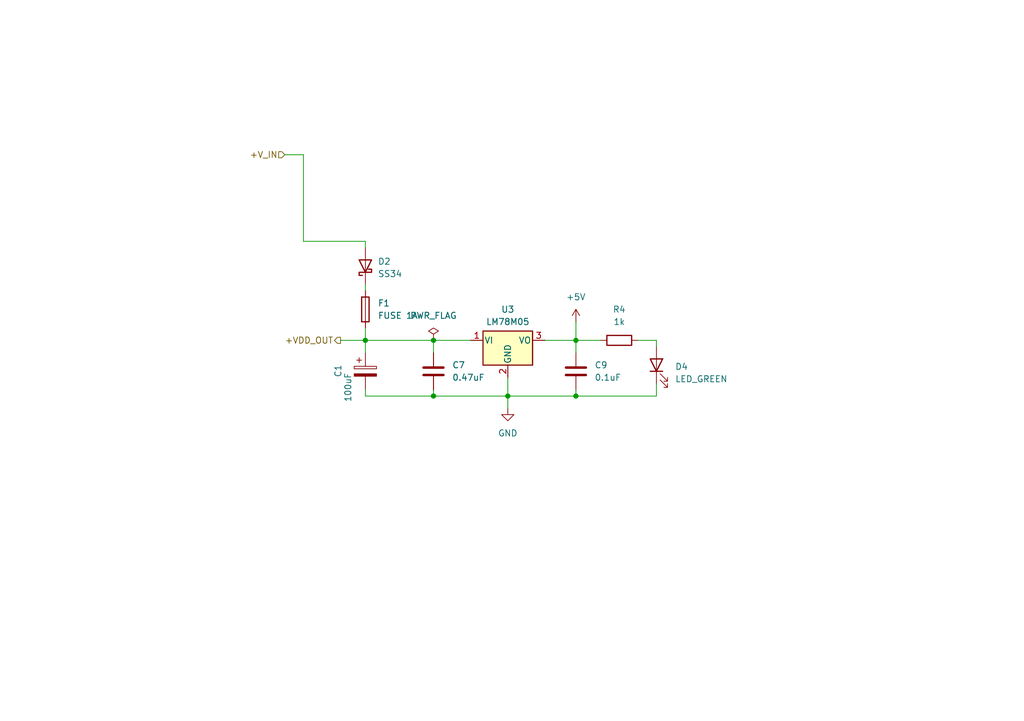
<source format=kicad_sch>
(kicad_sch (version 20250114) (generator "eeschema") (generator_version "9.0")
  (paper "A5")
  (lib_symbols
    (symbol "Device:C" (pin_numbers (hide yes)) (pin_names (offset 0.254))
      (property "Reference" "C" (at 0.635 2.54 0))
      (property "Value" "C" (at 0.635 -2.54 0))
      (symbol "C_0_1"
        (polyline (pts (xy -2.032 0.762) (xy 2.032 0.762)) (stroke (width 0.508)))
        (polyline (pts (xy -2.032 -0.762) (xy 2.032 -0.762)) (stroke (width 0.508)))
      )
      (symbol "C_1_1"
        (pin passive line (at 0 3.81 270) (length 2.794) (name "~") (number "1"))
        (pin passive line (at 0 -3.81 90) (length 2.794) (name "~") (number "2"))
      )
    )
    (symbol "Device:C_Polarized" (pin_numbers (hide yes)) (pin_names (offset 0.254))
      (property "Reference" "C" (at 0.635 2.54 0))
      (property "Value" "C_Polarized" (at 0.635 -2.54 0))
      (symbol "C_Polarized_0_1"
        (rectangle (start -2.286 0.508) (end 2.286 1.016))
        (polyline (pts (xy -1.778 2.286) (xy -0.762 2.286)))
        (polyline (pts (xy -1.27 2.794) (xy -1.27 1.778)))
        (rectangle (start 2.286 -0.508) (end -2.286 -1.016) (fill (type outline)))
      )
      (symbol "C_Polarized_1_1"
        (pin passive line (at 0 3.81 270) (length 2.794) (name "~") (number "1"))
        (pin passive line (at 0 -3.81 90) (length 2.794) (name "~") (number "2"))
      )
    )
    (symbol "Device:D_Schottky" (pin_numbers (hide yes)) (pin_names (offset 1.016) (hide yes))
      (property "Reference" "D" (at 0 2.54 0))
      (property "Value" "D_Schottky" (at 0 -2.54 0))
      (symbol "D_Schottky_0_1"
        (polyline (pts (xy -1.905 0.635) (xy -1.905 1.27) (xy -1.27 1.27) (xy -1.27 -1.27) (xy -0.635 -1.27) (xy -0.635 -0.635)) (stroke (width 0.254)))
        (polyline (pts (xy 1.27 1.27) (xy 1.27 -1.27) (xy -1.27 0) (xy 1.27 1.27)) (stroke (width 0.254)))
        (polyline (pts (xy 1.27 0) (xy -1.27 0)))
      )
      (symbol "D_Schottky_1_1"
        (pin passive line (at -3.81 0 0) (length 2.54) (name "K") (number "1"))
        (pin passive line (at 3.81 0 180) (length 2.54) (name "A") (number "2"))
      )
    )
    (symbol "Device:Fuse" (pin_numbers (hide yes)) (pin_names (offset 0))
      (property "Reference" "F" (at 2.032 0 90))
      (property "Value" "Fuse" (at -1.905 0 90))
      (symbol "Fuse_0_1"
        (rectangle (start -0.762 -2.54) (end 0.762 2.54) (stroke (width 0.254)))
        (polyline (pts (xy 0 2.54) (xy 0 -2.54)))
      )
      (symbol "Fuse_1_1"
        (pin passive line (at 0 3.81 270) (length 1.27) (name "~") (number "1"))
        (pin passive line (at 0 -3.81 90) (length 1.27) (name "~") (number "2"))
      )
    )
    (symbol "Device:LED" (pin_numbers (hide yes)) (pin_names (offset 1.016) (hide yes))
      (property "Reference" "D" (at 0 2.54 0))
      (property "Value" "LED" (at 0 -2.54 0))
      (symbol "LED_0_1"
        (polyline (pts (xy -3.048 -0.762) (xy -4.572 -2.286) (xy -3.81 -2.286) (xy -4.572 -2.286) (xy -4.572 -1.524)))
        (polyline (pts (xy -1.778 -0.762) (xy -3.302 -2.286) (xy -2.54 -2.286) (xy -3.302 -2.286) (xy -3.302 -1.524)))
        (polyline (pts (xy -1.27 0) (xy 1.27 0)))
        (polyline (pts (xy -1.27 -1.27) (xy -1.27 1.27)) (stroke (width 0.254)))
        (polyline (pts (xy 1.27 -1.27) (xy 1.27 1.27) (xy -1.27 0) (xy 1.27 -1.27)) (stroke (width 0.254)))
      )
      (symbol "LED_1_1"
        (pin passive line (at -3.81 0 0) (length 2.54) (name "K") (number "1"))
        (pin passive line (at 3.81 0 180) (length 2.54) (name "A") (number "2"))
      )
    )
    (symbol "Device:R" (pin_numbers (hide yes)) (pin_names (offset 0))
      (property "Reference" "R" (at 2.032 0 90))
      (property "Value" "R" (at 0 0 90))
      (symbol "R_0_1"
        (rectangle (start -1.016 -2.54) (end 1.016 2.54) (stroke (width 0.254)))
      )
      (symbol "R_1_1"
        (pin passive line (at 0 3.81 270) (length 1.27) (name "~") (number "1"))
        (pin passive line (at 0 -3.81 90) (length 1.27) (name "~") (number "2"))
      )
    )
    (symbol "Regulator_Linear:LM78M05_TO252" (pin_names (offset 0.254))
      (property "Reference" "U" (at -3.81 3.175 0))
      (property "Value" "LM78M05_TO252" (at 0 3.175 0))
      (symbol "LM78M05_TO252_0_1"
        (rectangle (start -5.08 1.905) (end 5.08 -5.08) (stroke (width 0.254)) (fill (type background)))
      )
      (symbol "LM78M05_TO252_1_1"
        (pin power_in line (at -7.62 0 0) (length 2.54) (name "VI") (number "1"))
        (pin power_in line (at 0 -7.62 90) (length 2.54) (name "GND") (number "2"))
        (pin power_out line (at 7.62 0 180) (length 2.54) (name "VO") (number "3"))
      )
    )
    (symbol "power:+5V" (power) (pin_numbers (hide yes)) (pin_names (offset 0) (hide yes))
      (property "Value" "+5V" (at 0 3.556 0))
      (symbol "+5V_0_1"
        (polyline (pts (xy -0.762 1.27) (xy 0 2.54)))
        (polyline (pts (xy 0 2.54) (xy 0.762 1.27)))
        (polyline (pts (xy 0 0) (xy 0 2.54)))
      )
      (symbol "+5V_1_1"
        (pin power_in line (at 0 0 90) (length 0) (name "~") (number "1"))
      )
    )
    (symbol "power:GND" (power) (pin_numbers (hide yes)) (pin_names (offset 0) (hide yes))
      (property "Value" "GND" (at 0 -3.81 0))
      (symbol "GND_0_1"
        (polyline (pts (xy 0 0) (xy 0 -1.27) (xy 1.27 -1.27) (xy 0 -2.54) (xy -1.27 -1.27) (xy 0 -1.27)))
      )
      (symbol "GND_1_1"
        (pin power_in line (at 0 0 270) (length 0) (name "~") (number "1"))
      )
    )
    (symbol "power:PWR_FLAG" (power) (pin_numbers (hide yes)) (pin_names (offset 0) (hide yes))
      (property "Value" "PWR_FLAG" (at 0 3.81 0))
      (symbol "PWR_FLAG_0_0"
        (pin power_out line (at 0 0 90) (length 0) (name "~") (number "1"))
      )
      (symbol "PWR_FLAG_0_1"
        (polyline (pts (xy 0 0) (xy 0 1.27) (xy -1.016 1.905) (xy 0 2.54) (xy 1.016 1.905) (xy 0 1.27)))
      )
    )
  )
  (junction (at 118.11 69.85))
  (junction (at 104.14 81.28))
  (junction (at 88.9 81.28))
  (junction (at 74.93 69.85))
  (junction (at 88.9 69.85))
  (junction (at 118.11 81.28))
  (wire (pts (xy 111.76 69.85) (xy 118.11 69.85)))
  (wire (pts (xy 88.9 69.85) (xy 88.9 72.39)))
  (wire (pts (xy 69.85 69.85) (xy 74.93 69.85)))
  (wire (pts (xy 74.93 72.39) (xy 74.93 69.85)))
  (wire (pts (xy 118.11 81.28) (xy 118.11 80.01)))
  (wire (pts (xy 118.11 81.28) (xy 134.62 81.28)))
  (wire (pts (xy 130.81 69.85) (xy 134.62 69.85)))
  (wire (pts (xy 118.11 72.39) (xy 118.11 69.85)))
  (wire (pts (xy 74.93 50.8) (xy 74.93 49.53)))
  (wire (pts (xy 104.14 81.28) (xy 118.11 81.28)))
  (wire (pts (xy 74.93 81.28) (xy 88.9 81.28)))
  (wire (pts (xy 104.14 77.47) (xy 104.14 81.28)))
  (wire (pts (xy 134.62 78.74) (xy 134.62 81.28)))
  (wire (pts (xy 74.93 69.85) (xy 88.9 69.85)))
  (wire (pts (xy 88.9 81.28) (xy 104.14 81.28)))
  (wire (pts (xy 74.93 58.42) (xy 74.93 59.69)))
  (wire (pts (xy 74.93 67.31) (xy 74.93 69.85)))
  (wire (pts (xy 134.62 69.85) (xy 134.62 71.12)))
  (wire (pts (xy 96.52 69.85) (xy 88.9 69.85)))
  (wire (pts (xy 118.11 66.04) (xy 118.11 69.85)))
  (wire (pts (xy 74.93 80.01) (xy 74.93 81.28)))
  (wire (pts (xy 88.9 81.28) (xy 88.9 80.01)))
  (wire (pts (xy 118.11 69.85) (xy 123.19 69.85)))
  (wire (pts (xy 104.14 83.82) (xy 104.14 81.28)))
  (wire (pts (xy 62.23 49.53) (xy 74.93 49.53)))
  (wire (pts (xy 58.42 31.75) (xy 62.23 31.75)))
  (wire (pts (xy 62.23 31.75) (xy 62.23 49.53)))
  (hierarchical_label "+VDD_OUT" (shape output) (at 69.85 69.85 180))
  (hierarchical_label "+V_IN" (shape input) (at 58.42 31.75 180))
  (symbol (lib_id "power:PWR_FLAG") (at 88.9 69.85 0) (unit 1)
    (property "Reference" "#FLG01" (effects (hide yes)))
    (property "Value" "PWR_FLAG" (at 88.9 64.77 0))
    (property "Description" "Special symbol for telling ERC where power comes from" (effects (hide yes)))
  )
  (symbol (lib_id "Device:LED") (at 134.62 74.93 90) (unit 1)
    (property "Reference" "D4" (at 138.43 75.2474 90) (effects (justify right)))
    (property "Value" "LED_GREEN" (at 138.43 77.7874 90) (effects (justify right)))
    (property "Footprint" "LED_SMD:LED_0805_2012Metric_Pad1.15x1.40mm_HandSolder" (effects (hide yes)))
    (property "Description" "ULM" (effects (hide yes)))
    (property "Manufacturer Part Number" "APTD2012LCGCK " (effects (hide yes)))
    (property "Mouser Part Number" "604-APTD2012LCGCK " (effects (hide yes)))
    (property "Ullmanna Part Number" "BMCLED102 " (effects (hide yes)))
  )
  (symbol (lib_id "Device:D_Schottky") (at 74.93 54.61 90) (unit 1)
    (property "Reference" "D2" (at 77.47 53.6574 90) (effects (justify right)))
    (property "Value" "SS34" (at 77.47 56.1974 90) (effects (justify right)))
    (property "Footprint" "Diode_SMD:D_SMB-SMC_Universal_Handsoldering" (effects (hide yes)))
    (property "Description" "CUSTOM" (effects (hide yes)))
    (property "Manufacturer Part Number" "SS34" (effects (hide yes)))
    (property "Mouser Part Number" "512-SS34" (effects (hide yes)))
  )
  (symbol (lib_id "Device:C_Polarized") (at 74.93 76.2 0) (unit 1)
    (property "Reference" "C1" (at 69.342 77.47 90) (effects (justify left)))
    (property "Value" "100uF" (at 71.374 82.55 90) (effects (justify left)))
    (property "Footprint" "Capacitor_Tantalum_SMD:CP_EIA-7343-40_Kemet-Y_HandSolder" (effects (hide yes)))
    (property "Description" "ADD" (effects (hide yes)))
    (property "Manufacturer Part Number" "T491X107M025ATAUTO" (effects (hide yes)))
    (property "Mouser Part Number" "80-T491X107M25ATAUTO" (effects (hide yes)))
  )
  (symbol (lib_id "Device:Fuse") (at 74.93 63.5 180) (unit 1)
    (property "Reference" "F1" (at 77.47 62.2299 0) (effects (justify right)))
    (property "Value" "FUSE 1A" (at 77.47 64.7699 0) (effects (justify right)))
    (property "Footprint" "Fuse:Fuseholder_Blade_Mini_Keystone_3568" (effects (hide yes)))
    (property "Description" "ULM" (effects (hide yes)))
    (property "Manufacturer Part Number" "3568" (effects (hide yes)))
    (property "Mouser Part Number" "534-3568" (effects (hide yes)))
  )
  (symbol (lib_id "Device:R") (at 127 69.85 270) (unit 1)
    (property "Reference" "R4" (at 127 63.5 90))
    (property "Value" "1k" (at 127 66.04 90))
    (property "Footprint" "Resistor_SMD:R_0603_1608Metric_Pad0.98x0.95mm_HandSolder" (effects (hide yes)))
    (property "Description" "ULM" (effects (hide yes)))
    (property "Manufacturer Part Number" "RC0603FR-071KL" (effects (hide yes)))
    (property "Mouser Part Number" "603-RC0603FR-071KL" (effects (hide yes)))
    (property "Ullmanna Part Number" "BMCR0176 " (effects (hide yes)))
  )
  (symbol (lib_id "Device:C") (at 88.9 76.2 0) (unit 1)
    (property "Reference" "C7" (at 92.71 74.9299 0) (effects (justify left)))
    (property "Value" "0.47uF" (at 92.71 77.4699 0) (effects (justify left)))
    (property "Footprint" "Capacitor_SMD:C_0603_1608Metric_Pad1.08x0.95mm_HandSolder" (effects (hide yes)))
    (property "Description" "ULM" (effects (hide yes)))
    (property "Manufacturer Part Number" "C1608X5R1C475KE" (effects (hide yes)))
    (property "Mouser Part Number" "810-C1608X5R1C475KE" (effects (hide yes)))
    (property "Ullmanna Part Number" "BMCCK404" (effects (hide yes)))
  )
  (symbol (lib_id "power:GND") (at 104.14 83.82 0) (unit 1)
    (property "Reference" "#PWR021" (effects (hide yes)))
    (property "Value" "GND" (at 104.14 88.9 0))
    (property "Description" "Power symbol creates a global label with name \"GND\" , ground" (effects (hide yes)))
  )
  (symbol (lib_id "Regulator_Linear:LM78M05_TO252") (at 104.14 69.85 0) (unit 1)
    (property "Reference" "U3" (at 104.14 63.5 0))
    (property "Value" "LM78M05" (at 104.14 66.04 0))
    (property "Footprint" "Package_TO_SOT_SMD:TO-252-2" (effects (hide yes)))
    (property "Datasheet" "https://www.onsemi.com/pub/Collateral/MC78M00-D.PDF" (effects (hide yes)))
    (property "Description" "CUSTOM" (effects (hide yes)))
    (property "Manufacturer Part Number" "L78M05CDT-TR" (effects (hide yes)))
    (property "Mouser Part Number" "511-L78M05CDT-TR" (effects (hide yes)))
  )
  (symbol (lib_id "power:+5V") (at 118.11 66.04 0) (unit 1)
    (property "Reference" "#PWR023" (effects (hide yes)))
    (property "Value" "+5V" (at 118.11 60.96 0))
    (property "Description" "Power symbol creates a global label with name \"+5V\"" (effects (hide yes)))
  )
  (symbol (lib_id "Device:C") (at 118.11 76.2 0) (unit 1)
    (property "Reference" "C9" (at 121.92 74.9299 0) (effects (justify left)))
    (property "Value" "0.1uF" (at 121.92 77.4699 0) (effects (justify left)))
    (property "Footprint" "Capacitor_SMD:C_0603_1608Metric_Pad1.08x0.95mm_HandSolder" (effects (hide yes)))
    (property "Description" "ULM" (effects (hide yes)))
    (property "Manufacturer Part Number" "C0603C104M5RACTU" (effects (hide yes)))
    (property "Mouser Part Number" "80-C0603C104M5R" (effects (hide yes)))
    (property "Ullmanna Part Number" "BMCCK351" (effects (hide yes)))
  )
)
</source>
